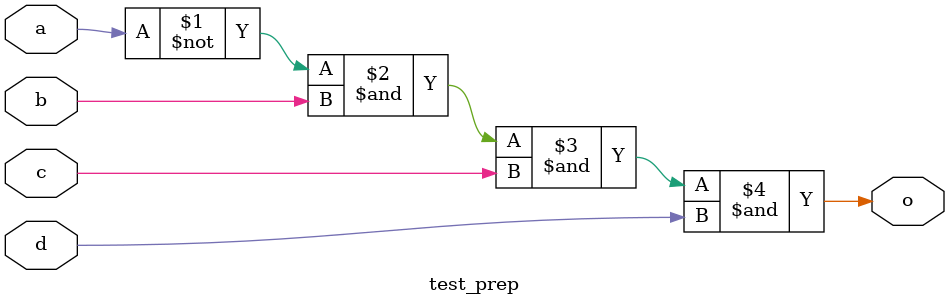
<source format=v>
`timescale 1ns / 1ps
module test_prep(
    input a,
    input b,
    input c,
    input d,
    output o
    );

	assign o = ~a&b&c&d; 
endmodule

</source>
